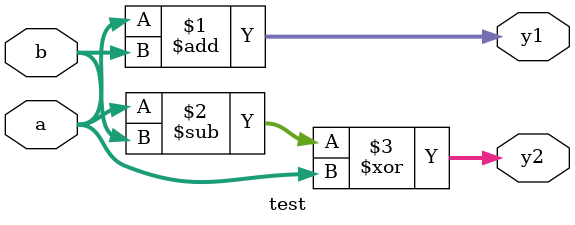
<source format=v>
`define macro1 8'hFF
module test (
    input wire [7:0] a,b,
    output wire [7:0] y1,y2
);

    assign y1 = a + b; 
    assign y2 = (a - b) ^ a;
endmodule
</source>
